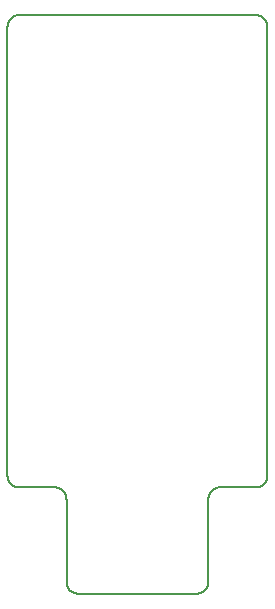
<source format=gbr>
G04 EAGLE Gerber X2 export*
G75*
%MOMM*%
%FSLAX34Y34*%
%LPD*%
%AMOC8*
5,1,8,0,0,1.08239X$1,22.5*%
G01*
%ADD10C,0.152400*%


D10*
X210000Y90000D02*
X210242Y90003D01*
X210483Y90012D01*
X210724Y90026D01*
X210965Y90047D01*
X211205Y90073D01*
X211445Y90105D01*
X211684Y90143D01*
X211921Y90186D01*
X212158Y90236D01*
X212393Y90291D01*
X212627Y90351D01*
X212859Y90418D01*
X213090Y90489D01*
X213319Y90567D01*
X213546Y90650D01*
X213771Y90738D01*
X213994Y90832D01*
X214214Y90931D01*
X214432Y91036D01*
X214647Y91145D01*
X214860Y91260D01*
X215070Y91380D01*
X215276Y91505D01*
X215480Y91635D01*
X215681Y91770D01*
X215878Y91910D01*
X216072Y92054D01*
X216262Y92203D01*
X216448Y92357D01*
X216631Y92515D01*
X216810Y92677D01*
X216985Y92844D01*
X217156Y93015D01*
X217323Y93190D01*
X217485Y93369D01*
X217643Y93552D01*
X217797Y93738D01*
X217946Y93928D01*
X218090Y94122D01*
X218230Y94319D01*
X218365Y94520D01*
X218495Y94724D01*
X218620Y94930D01*
X218740Y95140D01*
X218855Y95353D01*
X218964Y95568D01*
X219069Y95786D01*
X219168Y96006D01*
X219262Y96229D01*
X219350Y96454D01*
X219433Y96681D01*
X219511Y96910D01*
X219582Y97141D01*
X219649Y97373D01*
X219709Y97607D01*
X219764Y97842D01*
X219814Y98079D01*
X219857Y98316D01*
X219895Y98555D01*
X219927Y98795D01*
X219953Y99035D01*
X219974Y99276D01*
X219988Y99517D01*
X219997Y99758D01*
X220000Y100000D01*
X220000Y480000D01*
X219997Y480242D01*
X219988Y480483D01*
X219974Y480724D01*
X219953Y480965D01*
X219927Y481205D01*
X219895Y481445D01*
X219857Y481684D01*
X219814Y481921D01*
X219764Y482158D01*
X219709Y482393D01*
X219649Y482627D01*
X219582Y482859D01*
X219511Y483090D01*
X219433Y483319D01*
X219350Y483546D01*
X219262Y483771D01*
X219168Y483994D01*
X219069Y484214D01*
X218964Y484432D01*
X218855Y484647D01*
X218740Y484860D01*
X218620Y485070D01*
X218495Y485276D01*
X218365Y485480D01*
X218230Y485681D01*
X218090Y485878D01*
X217946Y486072D01*
X217797Y486262D01*
X217643Y486448D01*
X217485Y486631D01*
X217323Y486810D01*
X217156Y486985D01*
X216985Y487156D01*
X216810Y487323D01*
X216631Y487485D01*
X216448Y487643D01*
X216262Y487797D01*
X216072Y487946D01*
X215878Y488090D01*
X215681Y488230D01*
X215480Y488365D01*
X215276Y488495D01*
X215070Y488620D01*
X214860Y488740D01*
X214647Y488855D01*
X214432Y488964D01*
X214214Y489069D01*
X213994Y489168D01*
X213771Y489262D01*
X213546Y489350D01*
X213319Y489433D01*
X213090Y489511D01*
X212859Y489582D01*
X212627Y489649D01*
X212393Y489709D01*
X212158Y489764D01*
X211921Y489814D01*
X211684Y489857D01*
X211445Y489895D01*
X211205Y489927D01*
X210965Y489953D01*
X210724Y489974D01*
X210483Y489988D01*
X210242Y489997D01*
X210000Y490000D01*
X10000Y490000D01*
X9758Y489997D01*
X9517Y489988D01*
X9276Y489974D01*
X9035Y489953D01*
X8795Y489927D01*
X8555Y489895D01*
X8316Y489857D01*
X8079Y489814D01*
X7842Y489764D01*
X7607Y489709D01*
X7373Y489649D01*
X7141Y489582D01*
X6910Y489511D01*
X6681Y489433D01*
X6454Y489350D01*
X6229Y489262D01*
X6006Y489168D01*
X5786Y489069D01*
X5568Y488964D01*
X5353Y488855D01*
X5140Y488740D01*
X4930Y488620D01*
X4724Y488495D01*
X4520Y488365D01*
X4319Y488230D01*
X4122Y488090D01*
X3928Y487946D01*
X3738Y487797D01*
X3552Y487643D01*
X3369Y487485D01*
X3190Y487323D01*
X3015Y487156D01*
X2844Y486985D01*
X2677Y486810D01*
X2515Y486631D01*
X2357Y486448D01*
X2203Y486262D01*
X2054Y486072D01*
X1910Y485878D01*
X1770Y485681D01*
X1635Y485480D01*
X1505Y485276D01*
X1380Y485070D01*
X1260Y484860D01*
X1145Y484647D01*
X1036Y484432D01*
X931Y484214D01*
X832Y483994D01*
X738Y483771D01*
X650Y483546D01*
X567Y483319D01*
X489Y483090D01*
X418Y482859D01*
X351Y482627D01*
X291Y482393D01*
X236Y482158D01*
X186Y481921D01*
X143Y481684D01*
X105Y481445D01*
X73Y481205D01*
X47Y480965D01*
X26Y480724D01*
X12Y480483D01*
X3Y480242D01*
X0Y480000D01*
X0Y100000D01*
X3Y99758D01*
X12Y99517D01*
X26Y99276D01*
X47Y99035D01*
X73Y98795D01*
X105Y98555D01*
X143Y98316D01*
X186Y98079D01*
X236Y97842D01*
X291Y97607D01*
X351Y97373D01*
X418Y97141D01*
X489Y96910D01*
X567Y96681D01*
X650Y96454D01*
X738Y96229D01*
X832Y96006D01*
X931Y95786D01*
X1036Y95568D01*
X1145Y95353D01*
X1260Y95140D01*
X1380Y94930D01*
X1505Y94724D01*
X1635Y94520D01*
X1770Y94319D01*
X1910Y94122D01*
X2054Y93928D01*
X2203Y93738D01*
X2357Y93552D01*
X2515Y93369D01*
X2677Y93190D01*
X2844Y93015D01*
X3015Y92844D01*
X3190Y92677D01*
X3369Y92515D01*
X3552Y92357D01*
X3738Y92203D01*
X3928Y92054D01*
X4122Y91910D01*
X4319Y91770D01*
X4520Y91635D01*
X4724Y91505D01*
X4930Y91380D01*
X5140Y91260D01*
X5353Y91145D01*
X5568Y91036D01*
X5786Y90931D01*
X6006Y90832D01*
X6229Y90738D01*
X6454Y90650D01*
X6681Y90567D01*
X6910Y90489D01*
X7141Y90418D01*
X7373Y90351D01*
X7607Y90291D01*
X7842Y90236D01*
X8079Y90186D01*
X8316Y90143D01*
X8555Y90105D01*
X8795Y90073D01*
X9035Y90047D01*
X9276Y90026D01*
X9517Y90012D01*
X9758Y90003D01*
X10000Y90000D01*
X40000Y90000D01*
X180000Y90000D02*
X210000Y90000D01*
X50000Y80000D02*
X49997Y80242D01*
X49988Y80483D01*
X49974Y80724D01*
X49953Y80965D01*
X49927Y81205D01*
X49895Y81445D01*
X49857Y81684D01*
X49814Y81921D01*
X49764Y82158D01*
X49709Y82393D01*
X49649Y82627D01*
X49582Y82859D01*
X49511Y83090D01*
X49433Y83319D01*
X49350Y83546D01*
X49262Y83771D01*
X49168Y83994D01*
X49069Y84214D01*
X48964Y84432D01*
X48855Y84647D01*
X48740Y84860D01*
X48620Y85070D01*
X48495Y85276D01*
X48365Y85480D01*
X48230Y85681D01*
X48090Y85878D01*
X47946Y86072D01*
X47797Y86262D01*
X47643Y86448D01*
X47485Y86631D01*
X47323Y86810D01*
X47156Y86985D01*
X46985Y87156D01*
X46810Y87323D01*
X46631Y87485D01*
X46448Y87643D01*
X46262Y87797D01*
X46072Y87946D01*
X45878Y88090D01*
X45681Y88230D01*
X45480Y88365D01*
X45276Y88495D01*
X45070Y88620D01*
X44860Y88740D01*
X44647Y88855D01*
X44432Y88964D01*
X44214Y89069D01*
X43994Y89168D01*
X43771Y89262D01*
X43546Y89350D01*
X43319Y89433D01*
X43090Y89511D01*
X42859Y89582D01*
X42627Y89649D01*
X42393Y89709D01*
X42158Y89764D01*
X41921Y89814D01*
X41684Y89857D01*
X41445Y89895D01*
X41205Y89927D01*
X40965Y89953D01*
X40724Y89974D01*
X40483Y89988D01*
X40242Y89997D01*
X40000Y90000D01*
X50000Y80000D02*
X50000Y10000D01*
X50003Y9758D01*
X50012Y9517D01*
X50026Y9276D01*
X50047Y9035D01*
X50073Y8795D01*
X50105Y8555D01*
X50143Y8316D01*
X50186Y8079D01*
X50236Y7842D01*
X50291Y7607D01*
X50351Y7373D01*
X50418Y7141D01*
X50489Y6910D01*
X50567Y6681D01*
X50650Y6454D01*
X50738Y6229D01*
X50832Y6006D01*
X50931Y5786D01*
X51036Y5568D01*
X51145Y5353D01*
X51260Y5140D01*
X51380Y4930D01*
X51505Y4724D01*
X51635Y4520D01*
X51770Y4319D01*
X51910Y4122D01*
X52054Y3928D01*
X52203Y3738D01*
X52357Y3552D01*
X52515Y3369D01*
X52677Y3190D01*
X52844Y3015D01*
X53015Y2844D01*
X53190Y2677D01*
X53369Y2515D01*
X53552Y2357D01*
X53738Y2203D01*
X53928Y2054D01*
X54122Y1910D01*
X54319Y1770D01*
X54520Y1635D01*
X54724Y1505D01*
X54930Y1380D01*
X55140Y1260D01*
X55353Y1145D01*
X55568Y1036D01*
X55786Y931D01*
X56006Y832D01*
X56229Y738D01*
X56454Y650D01*
X56681Y567D01*
X56910Y489D01*
X57141Y418D01*
X57373Y351D01*
X57607Y291D01*
X57842Y236D01*
X58079Y186D01*
X58316Y143D01*
X58555Y105D01*
X58795Y73D01*
X59035Y47D01*
X59276Y26D01*
X59517Y12D01*
X59758Y3D01*
X60000Y0D01*
X160000Y0D01*
X160242Y3D01*
X160483Y12D01*
X160724Y26D01*
X160965Y47D01*
X161205Y73D01*
X161445Y105D01*
X161684Y143D01*
X161921Y186D01*
X162158Y236D01*
X162393Y291D01*
X162627Y351D01*
X162859Y418D01*
X163090Y489D01*
X163319Y567D01*
X163546Y650D01*
X163771Y738D01*
X163994Y832D01*
X164214Y931D01*
X164432Y1036D01*
X164647Y1145D01*
X164860Y1260D01*
X165070Y1380D01*
X165276Y1505D01*
X165480Y1635D01*
X165681Y1770D01*
X165878Y1910D01*
X166072Y2054D01*
X166262Y2203D01*
X166448Y2357D01*
X166631Y2515D01*
X166810Y2677D01*
X166985Y2844D01*
X167156Y3015D01*
X167323Y3190D01*
X167485Y3369D01*
X167643Y3552D01*
X167797Y3738D01*
X167946Y3928D01*
X168090Y4122D01*
X168230Y4319D01*
X168365Y4520D01*
X168495Y4724D01*
X168620Y4930D01*
X168740Y5140D01*
X168855Y5353D01*
X168964Y5568D01*
X169069Y5786D01*
X169168Y6006D01*
X169262Y6229D01*
X169350Y6454D01*
X169433Y6681D01*
X169511Y6910D01*
X169582Y7141D01*
X169649Y7373D01*
X169709Y7607D01*
X169764Y7842D01*
X169814Y8079D01*
X169857Y8316D01*
X169895Y8555D01*
X169927Y8795D01*
X169953Y9035D01*
X169974Y9276D01*
X169988Y9517D01*
X169997Y9758D01*
X170000Y10000D01*
X170000Y80000D01*
X170003Y80242D01*
X170012Y80483D01*
X170026Y80724D01*
X170047Y80965D01*
X170073Y81205D01*
X170105Y81445D01*
X170143Y81684D01*
X170186Y81921D01*
X170236Y82158D01*
X170291Y82393D01*
X170351Y82627D01*
X170418Y82859D01*
X170489Y83090D01*
X170567Y83319D01*
X170650Y83546D01*
X170738Y83771D01*
X170832Y83994D01*
X170931Y84214D01*
X171036Y84432D01*
X171145Y84647D01*
X171260Y84860D01*
X171380Y85070D01*
X171505Y85276D01*
X171635Y85480D01*
X171770Y85681D01*
X171910Y85878D01*
X172054Y86072D01*
X172203Y86262D01*
X172357Y86448D01*
X172515Y86631D01*
X172677Y86810D01*
X172844Y86985D01*
X173015Y87156D01*
X173190Y87323D01*
X173369Y87485D01*
X173552Y87643D01*
X173738Y87797D01*
X173928Y87946D01*
X174122Y88090D01*
X174319Y88230D01*
X174520Y88365D01*
X174724Y88495D01*
X174930Y88620D01*
X175140Y88740D01*
X175353Y88855D01*
X175568Y88964D01*
X175786Y89069D01*
X176006Y89168D01*
X176229Y89262D01*
X176454Y89350D01*
X176681Y89433D01*
X176910Y89511D01*
X177141Y89582D01*
X177373Y89649D01*
X177607Y89709D01*
X177842Y89764D01*
X178079Y89814D01*
X178316Y89857D01*
X178555Y89895D01*
X178795Y89927D01*
X179035Y89953D01*
X179276Y89974D01*
X179517Y89988D01*
X179758Y89997D01*
X180000Y90000D01*
M02*

</source>
